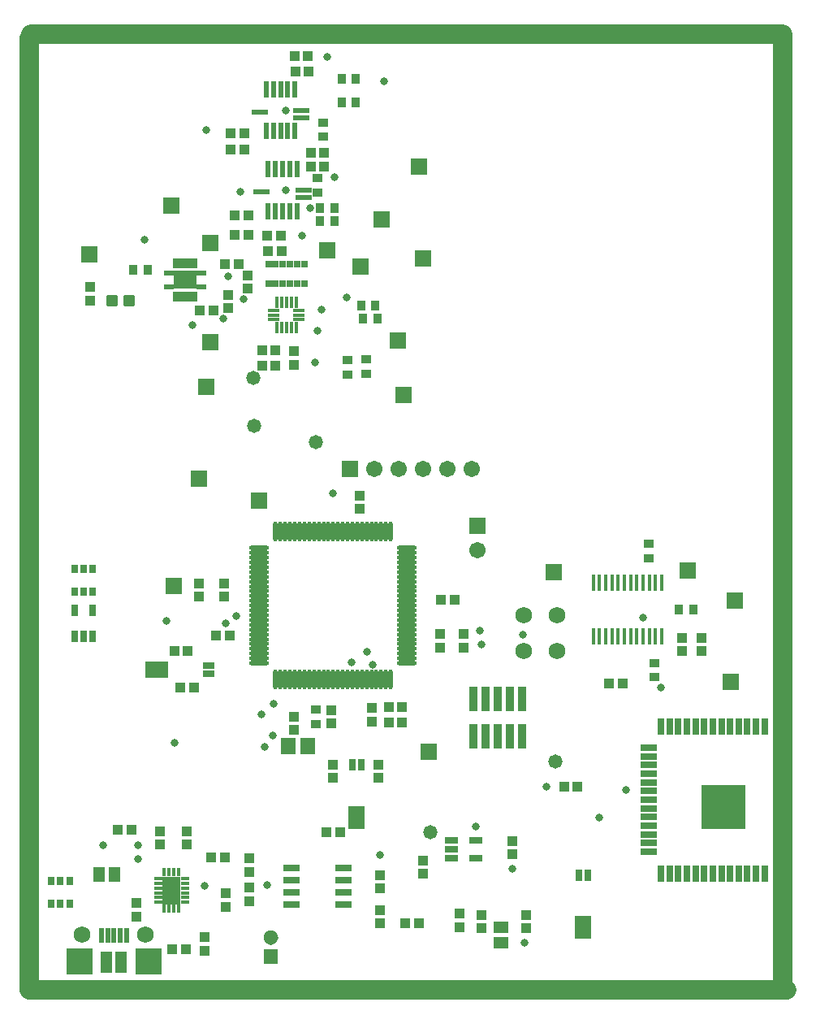
<source format=gts>
G04 Layer_Color=8388736*
%FSLAX25Y25*%
%MOIN*%
G70*
G01*
G75*
%ADD48C,0.01000*%
%ADD51C,0.08000*%
%ADD67R,0.01968X0.05709*%
%ADD68R,0.04343X0.03950*%
%ADD69R,0.03950X0.04343*%
%ADD70R,0.04343X0.03556*%
%ADD71R,0.02800X0.03552*%
%ADD72R,0.07296X0.11233*%
%ADD73R,0.01784X0.03556*%
%ADD74R,0.03556X0.01784*%
%ADD75R,0.02375X0.06115*%
%ADD76R,0.04737X0.08674*%
%ADD77R,0.06509X0.03162*%
%ADD78R,0.02800X0.04800*%
%ADD79R,0.06800X0.09800*%
%ADD80R,0.05918X0.04737*%
%ADD81R,0.05524X0.02965*%
%ADD82R,0.02768X0.06706*%
%ADD83R,0.06706X0.02768*%
%ADD84R,0.18123X0.18123*%
%ADD85R,0.03556X0.04343*%
G04:AMPARAMS|DCode=86|XSize=47.37mil|YSize=47.37mil|CornerRadius=9.9mil|HoleSize=0mil|Usage=FLASHONLY|Rotation=90.000|XOffset=0mil|YOffset=0mil|HoleType=Round|Shape=RoundedRectangle|*
%AMROUNDEDRECTD86*
21,1,0.04737,0.02756,0,0,90.0*
21,1,0.02756,0.04737,0,0,90.0*
1,1,0.01981,0.01378,0.01378*
1,1,0.01981,0.01378,-0.01378*
1,1,0.01981,-0.01378,-0.01378*
1,1,0.01981,-0.01378,0.01378*
%
%ADD86ROUNDEDRECTD86*%
%ADD87R,0.04934X0.01784*%
%ADD88R,0.01784X0.04934*%
%ADD89R,0.03162X0.04737*%
%ADD90O,0.01981X0.08083*%
%ADD91O,0.08083X0.01981*%
%ADD92R,0.02178X0.07119*%
%ADD93R,0.07119X0.02375*%
%ADD94R,0.04737X0.05918*%
%ADD95R,0.04800X0.02800*%
%ADD96R,0.09800X0.06800*%
%ADD97R,0.03713X0.10249*%
%ADD98R,0.04147X0.01902*%
%ADD99R,0.01902X0.04147*%
%ADD100R,0.09776X0.07808*%
%ADD101R,0.02965X0.03162*%
%ADD102C,0.06800*%
%ADD103R,0.06312X0.06706*%
%ADD104R,0.01784X0.06902*%
%ADD105R,0.06706X0.06706*%
%ADD106R,0.10643X0.10643*%
%ADD107C,0.06706*%
%ADD108R,0.06706X0.06706*%
%ADD109C,0.02768*%
%ADD110C,0.03200*%
%ADD111C,0.05800*%
G36*
X102169Y10632D02*
X96232D01*
Y16568D01*
X102169D01*
Y10632D01*
D02*
G37*
G36*
X99975Y24366D02*
X100697Y24067D01*
X101317Y23591D01*
X101793Y22971D01*
X102092Y22249D01*
X102194Y21474D01*
X102092Y20699D01*
X101793Y19977D01*
X101317Y19357D01*
X100697Y18881D01*
X99975Y18582D01*
X99200Y18480D01*
X98425Y18582D01*
X97703Y18881D01*
X97083Y19357D01*
X96607Y19977D01*
X96308Y20699D01*
X96206Y21474D01*
X96308Y22249D01*
X96607Y22971D01*
X97083Y23591D01*
X97703Y24067D01*
X98425Y24366D01*
X99200Y24468D01*
X99975Y24366D01*
D02*
G37*
D48*
X0Y391200D02*
X800Y392000D01*
D51*
X309500Y0D02*
Y392000D01*
X0Y0D02*
Y390400D01*
Y0D02*
X311100D01*
X800Y392000D02*
X309500D01*
D67*
X29629Y22226D02*
D03*
X32188D02*
D03*
X34747D02*
D03*
X37306D02*
D03*
X39865D02*
D03*
D68*
X143200Y92356D02*
D03*
Y86844D02*
D03*
X124800Y92356D02*
D03*
Y86844D02*
D03*
X124000Y114756D02*
D03*
Y109244D02*
D03*
X140800Y115556D02*
D03*
Y110044D02*
D03*
X178400Y145956D02*
D03*
Y140444D02*
D03*
X168800Y145956D02*
D03*
Y140444D02*
D03*
X64800Y65156D02*
D03*
Y59644D02*
D03*
X44000Y35556D02*
D03*
Y30044D02*
D03*
X72000Y21600D02*
D03*
Y16088D02*
D03*
X90400Y41956D02*
D03*
Y36444D02*
D03*
Y53956D02*
D03*
Y48444D02*
D03*
X204000Y30756D02*
D03*
Y25244D02*
D03*
X185600Y25244D02*
D03*
Y30756D02*
D03*
X176800Y25688D02*
D03*
Y31200D02*
D03*
X144000Y41600D02*
D03*
Y47112D02*
D03*
X161600Y53156D02*
D03*
Y47644D02*
D03*
X198400Y61156D02*
D03*
Y55644D02*
D03*
X276000Y144356D02*
D03*
Y138844D02*
D03*
X268000Y144356D02*
D03*
Y138844D02*
D03*
X25100Y282744D02*
D03*
Y288256D02*
D03*
X135800Y197244D02*
D03*
Y202756D02*
D03*
X89600Y293156D02*
D03*
Y287644D02*
D03*
X144000Y27288D02*
D03*
Y32800D02*
D03*
X80800Y34044D02*
D03*
Y39556D02*
D03*
X53600Y59644D02*
D03*
Y65156D02*
D03*
X81600Y279644D02*
D03*
Y285156D02*
D03*
X108800Y261956D02*
D03*
Y256444D02*
D03*
X69600Y166756D02*
D03*
Y161244D02*
D03*
X80000Y166756D02*
D03*
Y161244D02*
D03*
X108700Y112156D02*
D03*
Y106644D02*
D03*
D69*
X147644Y109600D02*
D03*
X153156D02*
D03*
X36444Y65600D02*
D03*
X41956D02*
D03*
X80356Y54400D02*
D03*
X74844D02*
D03*
X64356Y16800D02*
D03*
X58844D02*
D03*
X122044Y64800D02*
D03*
X127556D02*
D03*
X159912Y27200D02*
D03*
X154400D02*
D03*
X225156Y83200D02*
D03*
X219644D02*
D03*
X238044Y125600D02*
D03*
X243556D02*
D03*
X101156Y262400D02*
D03*
X95644D02*
D03*
X101156Y256000D02*
D03*
X95644D02*
D03*
X70144Y278500D02*
D03*
X75656D02*
D03*
X85956Y297600D02*
D03*
X80444D02*
D03*
X89956Y309600D02*
D03*
X84444D02*
D03*
X103556Y303000D02*
D03*
X98044D02*
D03*
X103356Y309400D02*
D03*
X97844D02*
D03*
X147644Y116000D02*
D03*
X153156D02*
D03*
X88356Y344800D02*
D03*
X82844D02*
D03*
X82256Y145300D02*
D03*
X76744D02*
D03*
X65156Y138900D02*
D03*
X59644D02*
D03*
X67556Y124000D02*
D03*
X62044D02*
D03*
X169044Y159900D02*
D03*
X174556D02*
D03*
X108944Y382900D02*
D03*
X114456D02*
D03*
X109244Y376800D02*
D03*
X114756D02*
D03*
X115644Y337600D02*
D03*
X121156D02*
D03*
X88356Y351200D02*
D03*
X82844D02*
D03*
X115644Y343200D02*
D03*
X121156D02*
D03*
X89956Y317600D02*
D03*
X84444D02*
D03*
D70*
X117600Y114953D02*
D03*
Y109047D02*
D03*
X256800Y134153D02*
D03*
Y128247D02*
D03*
X254400Y177047D02*
D03*
Y182953D02*
D03*
X130700Y252447D02*
D03*
Y258353D02*
D03*
X138400Y252647D02*
D03*
Y258553D02*
D03*
X120800Y355753D02*
D03*
Y349847D02*
D03*
X118400Y327135D02*
D03*
Y333040D02*
D03*
D71*
X9060Y35423D02*
D03*
X12800D02*
D03*
X16540D02*
D03*
X9060Y44577D02*
D03*
X12800D02*
D03*
X16540D02*
D03*
X18660Y163423D02*
D03*
X22400D02*
D03*
X26140D02*
D03*
X18660Y172577D02*
D03*
X22400D02*
D03*
X26140D02*
D03*
D72*
X58400Y40800D02*
D03*
D73*
X55447Y48280D02*
D03*
X57416D02*
D03*
X59384D02*
D03*
X61353D02*
D03*
Y33320D02*
D03*
X59384D02*
D03*
X57416D02*
D03*
X55447D02*
D03*
D74*
X63912Y45721D02*
D03*
Y43753D02*
D03*
Y41784D02*
D03*
Y39816D02*
D03*
Y37847D02*
D03*
Y35879D02*
D03*
X52888D02*
D03*
Y37847D02*
D03*
Y39816D02*
D03*
Y41784D02*
D03*
Y43753D02*
D03*
Y45721D02*
D03*
D75*
X29629Y22225D02*
D03*
X32188D02*
D03*
X34747D02*
D03*
X37306D02*
D03*
X39865D02*
D03*
D76*
X31794Y11300D02*
D03*
X37700D02*
D03*
D77*
X107672Y49900D02*
D03*
Y44900D02*
D03*
Y39900D02*
D03*
Y34900D02*
D03*
X129128Y49900D02*
D03*
Y44900D02*
D03*
Y39900D02*
D03*
Y34900D02*
D03*
D78*
X136200Y92200D02*
D03*
X132800D02*
D03*
X229200Y47000D02*
D03*
X225800D02*
D03*
D79*
X134500Y70700D02*
D03*
X227500Y25500D02*
D03*
D80*
X193600Y19250D02*
D03*
Y25550D02*
D03*
D81*
X173281Y61340D02*
D03*
Y57600D02*
D03*
Y53860D02*
D03*
X183519D02*
D03*
Y61340D02*
D03*
D82*
X301930Y108000D02*
D03*
X298387D02*
D03*
X294843D02*
D03*
X291300D02*
D03*
X287757D02*
D03*
X284213D02*
D03*
X280670D02*
D03*
X277127D02*
D03*
X273584D02*
D03*
X270040D02*
D03*
X266497D02*
D03*
X262953D02*
D03*
X259410D02*
D03*
Y47500D02*
D03*
X262953D02*
D03*
X266497D02*
D03*
X270040D02*
D03*
X273584D02*
D03*
X277127D02*
D03*
X280670D02*
D03*
X284213D02*
D03*
X287757D02*
D03*
X291300D02*
D03*
X294843D02*
D03*
X298387D02*
D03*
X301930D02*
D03*
D83*
X254426Y99252D02*
D03*
Y95709D02*
D03*
Y92165D02*
D03*
Y88622D02*
D03*
Y85079D02*
D03*
Y81535D02*
D03*
Y77992D02*
D03*
Y74449D02*
D03*
Y70906D02*
D03*
Y67362D02*
D03*
Y63819D02*
D03*
Y60276D02*
D03*
Y56732D02*
D03*
D84*
X285158Y74835D02*
D03*
D85*
X266647Y156000D02*
D03*
X272553D02*
D03*
X48553Y295200D02*
D03*
X42647D02*
D03*
X137047Y275200D02*
D03*
X142953D02*
D03*
X136247Y280800D02*
D03*
X142153D02*
D03*
X119447Y315200D02*
D03*
X125353D02*
D03*
X134153Y364000D02*
D03*
X128247D02*
D03*
X134153Y373600D02*
D03*
X128247D02*
D03*
X119447Y320800D02*
D03*
X125353D02*
D03*
D86*
X34147Y282800D02*
D03*
X41053D02*
D03*
D87*
X100482Y274832D02*
D03*
Y276800D02*
D03*
Y278768D02*
D03*
X110718D02*
D03*
Y276800D02*
D03*
Y274832D02*
D03*
D88*
X101663Y281918D02*
D03*
X103631D02*
D03*
X105600D02*
D03*
X107569D02*
D03*
X109537D02*
D03*
Y271682D02*
D03*
X107569D02*
D03*
X105600D02*
D03*
X103631D02*
D03*
X101663D02*
D03*
D89*
X18660Y144987D02*
D03*
X22400D02*
D03*
X26140D02*
D03*
Y155813D02*
D03*
X18660D02*
D03*
D90*
X101178Y187915D02*
D03*
X103147D02*
D03*
X105115D02*
D03*
X107083D02*
D03*
X109052D02*
D03*
X111021D02*
D03*
X112989D02*
D03*
X114957D02*
D03*
X116926D02*
D03*
X118895D02*
D03*
X120863D02*
D03*
X122831D02*
D03*
X124800D02*
D03*
X126769D02*
D03*
X128737D02*
D03*
X130705D02*
D03*
X132674D02*
D03*
X134643D02*
D03*
X136611D02*
D03*
X138579D02*
D03*
X140548D02*
D03*
X142517D02*
D03*
X144485D02*
D03*
X146453D02*
D03*
X148422D02*
D03*
Y127285D02*
D03*
X146453D02*
D03*
X144485D02*
D03*
X142517D02*
D03*
X140548D02*
D03*
X138579D02*
D03*
X136611D02*
D03*
X134643D02*
D03*
X132674D02*
D03*
X130705D02*
D03*
X128737D02*
D03*
X126769D02*
D03*
X124800D02*
D03*
X122831D02*
D03*
X120863D02*
D03*
X118895D02*
D03*
X116926D02*
D03*
X114957D02*
D03*
X112989D02*
D03*
X111021D02*
D03*
X109052D02*
D03*
X107083D02*
D03*
X105115D02*
D03*
X103147D02*
D03*
X101178D02*
D03*
D91*
X155115Y181222D02*
D03*
Y179253D02*
D03*
Y177285D02*
D03*
Y175317D02*
D03*
Y173348D02*
D03*
Y171379D02*
D03*
Y169411D02*
D03*
Y167443D02*
D03*
Y165474D02*
D03*
Y163505D02*
D03*
Y161537D02*
D03*
Y159569D02*
D03*
Y157600D02*
D03*
Y155631D02*
D03*
Y153663D02*
D03*
Y151695D02*
D03*
Y149726D02*
D03*
Y147757D02*
D03*
Y145789D02*
D03*
Y143821D02*
D03*
Y141852D02*
D03*
Y139883D02*
D03*
Y137915D02*
D03*
Y135947D02*
D03*
Y133978D02*
D03*
X94485D02*
D03*
Y135947D02*
D03*
Y137915D02*
D03*
Y139883D02*
D03*
Y141852D02*
D03*
Y143821D02*
D03*
Y145789D02*
D03*
Y147757D02*
D03*
Y149726D02*
D03*
Y151695D02*
D03*
Y153663D02*
D03*
Y155631D02*
D03*
Y157600D02*
D03*
Y159569D02*
D03*
Y161537D02*
D03*
Y163505D02*
D03*
Y165474D02*
D03*
Y167443D02*
D03*
Y169411D02*
D03*
Y171379D02*
D03*
Y173348D02*
D03*
Y175317D02*
D03*
Y177285D02*
D03*
Y179253D02*
D03*
Y181222D02*
D03*
D92*
X109106Y369353D02*
D03*
X106153D02*
D03*
X103200D02*
D03*
X100247D02*
D03*
X97294D02*
D03*
X109106Y352247D02*
D03*
X106153D02*
D03*
X103200D02*
D03*
X100247D02*
D03*
X97294D02*
D03*
X109906Y336553D02*
D03*
X106953D02*
D03*
X104000D02*
D03*
X101047D02*
D03*
X98094D02*
D03*
X109906Y319447D02*
D03*
X106953D02*
D03*
X104000D02*
D03*
X101047D02*
D03*
X98094D02*
D03*
D93*
X111753Y360800D02*
D03*
Y357650D02*
D03*
X94647Y360111D02*
D03*
X112553Y328000D02*
D03*
Y324850D02*
D03*
X95447Y327311D02*
D03*
D94*
X35150Y47200D02*
D03*
X28850D02*
D03*
D95*
X73700Y129700D02*
D03*
Y133100D02*
D03*
D96*
X52200Y131400D02*
D03*
D97*
X182496Y119231D02*
D03*
X187496D02*
D03*
X192496D02*
D03*
X197496D02*
D03*
X202496D02*
D03*
X202500Y103900D02*
D03*
X197500D02*
D03*
X192500D02*
D03*
X187500D02*
D03*
X182500D02*
D03*
D98*
X70791Y288247D02*
D03*
Y294153D02*
D03*
X57209D02*
D03*
Y288247D02*
D03*
D99*
X67937Y297991D02*
D03*
X65969D02*
D03*
X64000D02*
D03*
X62032D02*
D03*
X60063D02*
D03*
Y284409D02*
D03*
X62032D02*
D03*
X64000D02*
D03*
X65969D02*
D03*
X67937D02*
D03*
D100*
X64000Y291200D02*
D03*
D101*
X98218Y289663D02*
D03*
X101171D02*
D03*
X104124D02*
D03*
X107076D02*
D03*
X110029D02*
D03*
X112982D02*
D03*
Y297537D02*
D03*
X110029D02*
D03*
X107076D02*
D03*
X104124D02*
D03*
X101171D02*
D03*
X98218D02*
D03*
D102*
X216800Y153600D02*
D03*
Y139030D02*
D03*
X203021Y153600D02*
D03*
Y139030D02*
D03*
X21755Y22717D02*
D03*
X47739D02*
D03*
D103*
X106463Y100000D02*
D03*
X114337D02*
D03*
D104*
X259675Y167024D02*
D03*
X257116D02*
D03*
X254557D02*
D03*
X251998D02*
D03*
X249439D02*
D03*
X246880D02*
D03*
X244321D02*
D03*
X241761D02*
D03*
X239202D02*
D03*
X236643D02*
D03*
X234084D02*
D03*
X231525D02*
D03*
X259675Y144976D02*
D03*
X257116D02*
D03*
X254557D02*
D03*
X251998D02*
D03*
X249439D02*
D03*
X246880D02*
D03*
X244321D02*
D03*
X241761D02*
D03*
X239202D02*
D03*
X236643D02*
D03*
X234084D02*
D03*
X231525D02*
D03*
D105*
X164000Y97600D02*
D03*
X289600Y159600D02*
D03*
X153600Y244000D02*
D03*
X69600Y209600D02*
D03*
X24800Y301500D02*
D03*
X151200Y266400D02*
D03*
X74400Y306400D02*
D03*
X58400Y321600D02*
D03*
X122400Y303200D02*
D03*
X161600Y300000D02*
D03*
X136000Y296800D02*
D03*
X160000Y337600D02*
D03*
X144800Y316000D02*
D03*
X74400Y265600D02*
D03*
X72800Y247200D02*
D03*
X288000Y126400D02*
D03*
X131600Y213600D02*
D03*
X94400Y200800D02*
D03*
X59200Y165600D02*
D03*
X215200Y171200D02*
D03*
X270400Y172000D02*
D03*
D106*
X48920Y11694D02*
D03*
X20574D02*
D03*
D107*
X184000Y180200D02*
D03*
X181600Y213600D02*
D03*
X171600D02*
D03*
X161600D02*
D03*
X151600D02*
D03*
X141600D02*
D03*
D108*
X184000Y190200D02*
D03*
D109*
X66165Y289035D02*
D03*
X61835D02*
D03*
X66165Y293365D02*
D03*
X61835D02*
D03*
D110*
X44800Y59200D02*
D03*
X285300Y69700D02*
D03*
X285158Y74835D02*
D03*
X280800Y74900D02*
D03*
X290200Y69700D02*
D03*
X280600Y70000D02*
D03*
X280400Y79400D02*
D03*
X290500Y79500D02*
D03*
X290300Y74700D02*
D03*
X245000Y82000D02*
D03*
X234000Y70800D02*
D03*
X285500Y79500D02*
D03*
X259300Y124000D02*
D03*
X44600Y53700D02*
D03*
X71900Y42700D02*
D03*
X66900Y272600D02*
D03*
X145600Y372800D02*
D03*
X115200Y320800D02*
D03*
X30400Y59200D02*
D03*
X88000Y283200D02*
D03*
X81600Y292800D02*
D03*
X130400Y284000D02*
D03*
X203200Y19200D02*
D03*
X198400Y49600D02*
D03*
X59800Y101200D02*
D03*
X56300Y151200D02*
D03*
X212300Y83300D02*
D03*
X47300Y307500D02*
D03*
X105400Y360700D02*
D03*
X122200Y382800D02*
D03*
X72800Y352600D02*
D03*
X86800Y327300D02*
D03*
X118300Y270200D02*
D03*
X117300Y257200D02*
D03*
X185800Y141700D02*
D03*
X124700Y203500D02*
D03*
X112000Y309400D02*
D03*
X144000Y55400D02*
D03*
X183200Y67100D02*
D03*
X105400Y328100D02*
D03*
X79600Y275200D02*
D03*
X252000Y152700D02*
D03*
X202741Y145800D02*
D03*
X100000Y104300D02*
D03*
X97700Y43100D02*
D03*
X125400Y333200D02*
D03*
X184900Y147300D02*
D03*
X80800Y150400D02*
D03*
X85000Y153400D02*
D03*
X96600Y99500D02*
D03*
X100500Y117200D02*
D03*
X95400Y113000D02*
D03*
X132411Y134484D02*
D03*
X140900Y133400D02*
D03*
X138800Y138600D02*
D03*
X120000Y279100D02*
D03*
D111*
X216000Y93600D02*
D03*
X164800Y64800D02*
D03*
X117600Y224600D02*
D03*
X91900Y251000D02*
D03*
X92500Y231200D02*
D03*
M02*

</source>
